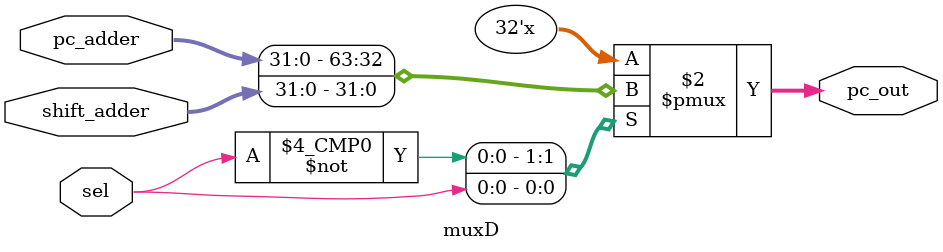
<source format=v>
`timescale 1ns/1ns

module muxD(
	input [31:0]pc_adder,
    input [31:0]shift_adder,
	input sel,
	output reg [31:0]pc_out
);

always@* begin 

	case(sel)

		1'b0:
		begin
			pc_out = pc_adder;
		end
		1'b1:
		begin
			pc_out = shift_adder;
		end

	endcase
end
endmodule   
</source>
